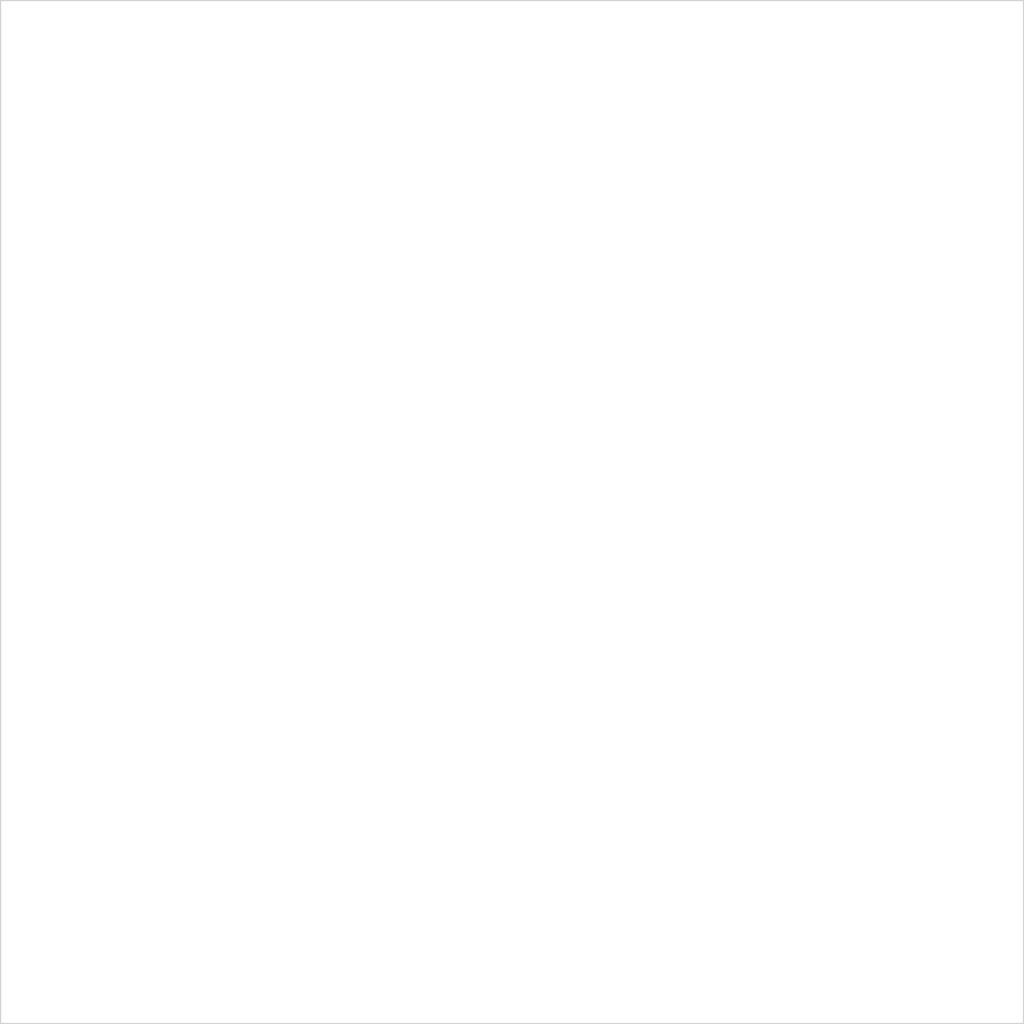
<source format=kicad_pcb>
(kicad_pcb (version 20221018) (generator pcbnew)

  (general
    (thickness 1.6)
  )

  (paper "A4")
  (layers
    (0 "F.Cu" signal)
    (31 "B.Cu" signal)
    (32 "B.Adhes" user "B.Adhesive")
    (33 "F.Adhes" user "F.Adhesive")
    (34 "B.Paste" user)
    (35 "F.Paste" user)
    (36 "B.SilkS" user "B.Silkscreen")
    (37 "F.SilkS" user "F.Silkscreen")
    (38 "B.Mask" user)
    (39 "F.Mask" user)
    (40 "Dwgs.User" user "User.Drawings")
    (41 "Cmts.User" user "User.Comments")
    (42 "Eco1.User" user "User.Eco1")
    (43 "Eco2.User" user "User.Eco2")
    (44 "Edge.Cuts" user)
    (45 "Margin" user)
    (46 "B.CrtYd" user "B.Courtyard")
    (47 "F.CrtYd" user "F.Courtyard")
    (48 "B.Fab" user)
    (49 "F.Fab" user)
    (50 "User.1" user)
    (51 "User.2" user)
    (52 "User.3" user)
    (53 "User.4" user)
    (54 "User.5" user)
    (55 "User.6" user)
    (56 "User.7" user)
    (57 "User.8" user)
    (58 "User.9" user)
  )

  (setup
    (pad_to_mask_clearance 0)
    (pcbplotparams
      (layerselection 0x00010fc_ffffffff)
      (plot_on_all_layers_selection 0x0000000_00000000)
      (disableapertmacros false)
      (usegerberextensions false)
      (usegerberattributes true)
      (usegerberadvancedattributes true)
      (creategerberjobfile true)
      (dashed_line_dash_ratio 12.000000)
      (dashed_line_gap_ratio 3.000000)
      (svgprecision 4)
      (plotframeref false)
      (viasonmask false)
      (mode 1)
      (useauxorigin false)
      (hpglpennumber 1)
      (hpglpenspeed 20)
      (hpglpendiameter 15.000000)
      (dxfpolygonmode true)
      (dxfimperialunits true)
      (dxfusepcbnewfont true)
      (psnegative false)
      (psa4output false)
      (plotreference true)
      (plotvalue true)
      (plotinvisibletext false)
      (sketchpadsonfab false)
      (subtractmaskfromsilk false)
      (outputformat 1)
      (mirror false)
      (drillshape 1)
      (scaleselection 1)
      (outputdirectory "")
    )
  )

  (net 0 "")

  (gr_rect (start 0 -90) (end 90 0)
    (stroke (width 0.1) (type default)) (fill none) (layer "Edge.Cuts") (tstamp a256aaaa-c21c-4056-aa84-b9e3268e29bd))

)

</source>
